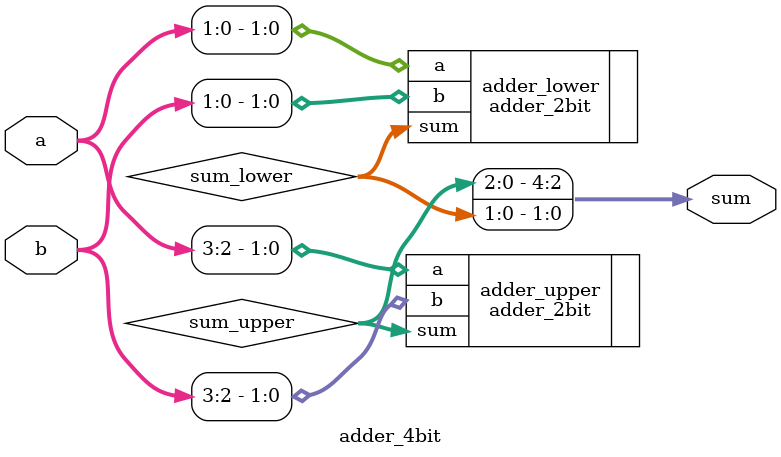
<source format=v>
module adder_4bit ( // hello
    input [3:0] a,
    input [3:0] b,
    output [4:0] sum
);
    wire [2:0] sum_lower;
    wire [2:0] sum_upper;

    adder_2bit adder_lower (
        .a(a[1:0]),
        .b(b[1:0]),
        .sum(sum_lower)
    );

    adder_2bit adder_upper (
        .a(a[3:2]),
        .b(b[3:2]),
        .sum(sum_upper)
    );

    assign sum = {sum_upper[2:0], sum_lower[1:0]};
endmodule


</source>
